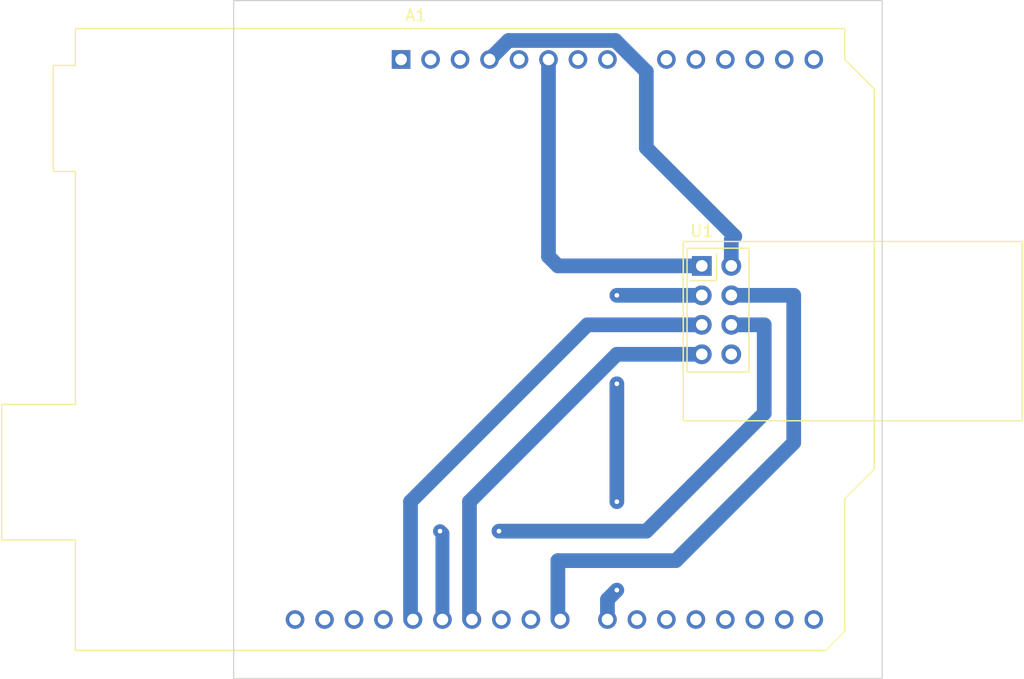
<source format=kicad_pcb>
(kicad_pcb (version 20211014) (generator pcbnew)
  (layers (0 "F.Cu" signal) (31 "B.Cu" signal) (34 "B.Paste" user) (35 "F.Paste" user) (36 "B.SilkS" user "B.Silkscreen") (37 "F.SilkS" user "F.Silkscreen") (38 "B.Mask" user) (39 "F.Mask" user) (44 "Edge.Cuts" user))
  (net 0 "")
  (net 1 "GND")
  (net 2 "Net-(A1-Pad4)")
  (net 3 "Net-(A1-Pad22)")
  (net 4 "Net-(A1-Pad23)")
  (net 5 "Net-(A1-Pad28)")
  (net 6 "Net-(A1-Pad27)")
  (net 7 "Net-(A1-Pad26)")
  (footprint "RF_Module:nRF24L01_Breakout" (layer "F.Cu") (at 169.88 81.28)
    (fp_text reference "U1" (at 0 -3) (layer "F.SilkS"))
    (fp_text value "NRF24L01_Breakout")
    (fp_line (start -1.6 -2.1) (end 27.6 -2.1) (layer "F.SilkS") (width 0.12))
    (fp_line (start -1.27 -1.524) (end 4.064 -1.524) (layer "F.SilkS") (width 0.12))
    (fp_line (start -1.27 9.144) (end -1.27 -1.524) (layer "F.SilkS") (width 0.12))
    (fp_line (start 4.064 -1.524) (end 4.064 9.144) (layer "F.SilkS") (width 0.12))
    (fp_line (start -1.6 13.35) (end -1.6 -2.1) (layer "F.SilkS") (width 0.12))
    (fp_line (start -1.27 -1.524) (end -1.27 -1.524) (layer "F.SilkS") (width 0.12))
    (fp_line (start 4.064 9.144) (end -1.27 9.144) (layer "F.SilkS") (width 0.12))
    (fp_line (start -1.6 -2.1) (end -1.6 -2.1) (layer "F.SilkS") (width 0.12))
    (fp_line (start 1.27 -1.016) (end 1.27 1.27) (layer "F.SilkS") (width 0.12))
    (fp_line (start -1.27 9.144) (end -1.27 9.144) (layer "F.SilkS") (width 0.12))
    (fp_line (start -1.016 1.27) (end -1.016 1.27) (layer "F.SilkS") (width 0.12))
    (fp_line (start 27.6 -2.1) (end 27.6 13.35) (layer "F.SilkS") (width 0.12))
    (fp_line (start 1.27 1.27) (end -1.016 1.27) (layer "F.SilkS") (width 0.12))
    (fp_line (start 27.6 13.35) (end -1.6 13.35) (layer "F.SilkS") (width 0.12))
    (pad "1" thru_hole rect (at 0 0) (size 1.7 1.7) (drill 1) (layers *.Cu *.Mask) (net 1 "GND"))
    (pad "2" thru_hole circle (at 2.54 0) (size 1.7 1.7) (drill 1) (layers *.Cu *.Mask) (net 2 "Net-(A1-Pad4)"))
    (pad "3" thru_hole circle (at 0 2.54) (size 1.7 1.7) (drill 1) (layers *.Cu *.Mask) (net 3 "Net-(A1-Pad22)"))
    (pad "4" thru_hole circle (at 2.54 2.54) (size 1.7 1.7) (drill 1) (layers *.Cu *.Mask) (net 4 "Net-(A1-Pad23)"))
    (pad "5" thru_hole circle (at 0 5.08) (size 1.7 1.7) (drill 1) (layers *.Cu *.Mask) (net 5 "Net-(A1-Pad28)"))
    (pad "6" thru_hole circle (at 2.54 5.08) (size 1.7 1.7) (drill 1) (layers *.Cu *.Mask) (net 6 "Net-(A1-Pad27)"))
    (pad "7" thru_hole circle (at 0 7.62) (size 1.7 1.7) (drill 1) (layers *.Cu *.Mask) (net 7 "Net-(A1-Pad26)"))
    (pad "8" thru_hole circle (at 2.54 7.62) (size 1.7 1.7) (drill 1) (layers *.Cu *.Mask))
  )
  (footprint "Module:Arduino_UNO_R3" (layer "F.Cu") (at 143.97 63.495)
    (fp_text reference "A1" (at 1.27 -3.81 180) (layer "F.SilkS"))
    (fp_text value "Arduino_UNO_R3")
    (fp_line (start -28.07 50.93) (end 36.58 50.93) (layer "F.SilkS") (width 0.12))
    (fp_line (start -28.07 9.65) (end -28.07 29.72) (layer "F.SilkS") (width 0.12))
    (fp_line (start -28.07 29.72) (end -34.42 29.72) (layer "F.SilkS") (width 0.12))
    (fp_line (start -28.07 0.51) (end -29.97 0.51) (layer "F.SilkS") (width 0.12))
    (fp_line (start 40.77 35.31) (end 40.77 2.54) (layer "F.SilkS") (width 0.12))
    (fp_line (start -34.42 41.4) (end -28.07 41.4) (layer "F.SilkS") (width 0.12))
    (fp_line (start 38.23 37.85) (end 40.77 35.31) (layer "F.SilkS") (width 0.12))
    (fp_line (start 38.23 0) (end 38.23 -2.67) (layer "F.SilkS") (width 0.12))
    (fp_line (start 40.77 2.54) (end 38.23 0) (layer "F.SilkS") (width 0.12))
    (fp_line (start -29.97 0.51) (end -29.97 9.65) (layer "F.SilkS") (width 0.12))
    (fp_line (start 38.23 -2.67) (end -28.07 -2.67) (layer "F.SilkS") (width 0.12))
    (fp_line (start -29.97 9.65) (end -28.07 9.65) (layer "F.SilkS") (width 0.12))
    (fp_line (start 36.58 50.93) (end 38.23 49.28) (layer "F.SilkS") (width 0.12))
    (fp_line (start -28.07 41.4) (end -28.07 50.93) (layer "F.SilkS") (width 0.12))
    (fp_line (start -34.42 29.72) (end -34.42 41.4) (layer "F.SilkS") (width 0.12))
    (fp_line (start -28.07 -2.67) (end -28.07 0.51) (layer "F.SilkS") (width 0.12))
    (fp_line (start 38.23 49.28) (end 38.23 37.85) (layer "F.SilkS") (width 0.12))
    (pad "1" thru_hole rect (at 0 0 90) (size 1.6 1.6) (drill 1) (layers *.Cu *.Mask))
    (pad "2" thru_hole oval (at 2.54 0 90) (size 1.6 1.6) (drill 1) (layers *.Cu *.Mask))
    (pad "3" thru_hole oval (at 5.08 0 90) (size 1.6 1.6) (drill 1) (layers *.Cu *.Mask))
    (pad "4" thru_hole oval (at 7.62 0 90) (size 1.6 1.6) (drill 1) (layers *.Cu *.Mask) (net 2 "Net-(A1-Pad4)"))
    (pad "5" thru_hole oval (at 10.16 0 90) (size 1.6 1.6) (drill 1) (layers *.Cu *.Mask))
    (pad "6" thru_hole oval (at 12.7 0 90) (size 1.6 1.6) (drill 1) (layers *.Cu *.Mask) (net 1 "GND"))
    (pad "7" thru_hole oval (at 15.24 0 90) (size 1.6 1.6) (drill 1) (layers *.Cu *.Mask))
    (pad "8" thru_hole oval (at 17.78 0 90) (size 1.6 1.6) (drill 1) (layers *.Cu *.Mask))
    (pad "9" thru_hole oval (at 22.86 0 90) (size 1.6 1.6) (drill 1) (layers *.Cu *.Mask))
    (pad "10" thru_hole oval (at 25.4 0 90) (size 1.6 1.6) (drill 1) (layers *.Cu *.Mask))
    (pad "11" thru_hole oval (at 27.94 0 90) (size 1.6 1.6) (drill 1) (layers *.Cu *.Mask))
    (pad "12" thru_hole oval (at 30.48 0 90) (size 1.6 1.6) (drill 1) (layers *.Cu *.Mask))
    (pad "13" thru_hole oval (at 33.02 0 90) (size 1.6 1.6) (drill 1) (layers *.Cu *.Mask))
    (pad "14" thru_hole oval (at 35.56 0 90) (size 1.6 1.6) (drill 1) (layers *.Cu *.Mask))
    (pad "15" thru_hole oval (at 35.56 48.26 90) (size 1.6 1.6) (drill 1) (layers *.Cu *.Mask))
    (pad "16" thru_hole oval (at 33.02 48.26 90) (size 1.6 1.6) (drill 1) (layers *.Cu *.Mask))
    (pad "17" thru_hole oval (at 30.48 48.26 90) (size 1.6 1.6) (drill 1) (layers *.Cu *.Mask))
    (pad "18" thru_hole oval (at 27.94 48.26 90) (size 1.6 1.6) (drill 1) (layers *.Cu *.Mask))
    (pad "19" thru_hole oval (at 25.4 48.26 90) (size 1.6 1.6) (drill 1) (layers *.Cu *.Mask))
    (pad "20" thru_hole oval (at 22.86 48.26 90) (size 1.6 1.6) (drill 1) (layers *.Cu *.Mask))
    (pad "21" thru_hole oval (at 20.32 48.26 90) (size 1.6 1.6) (drill 1) (layers *.Cu *.Mask))
    (pad "22" thru_hole oval (at 17.78 48.26 90) (size 1.6 1.6) (drill 1) (layers *.Cu *.Mask) (net 3 "Net-(A1-Pad22)"))
    (pad "23" thru_hole oval (at 13.72 48.26 90) (size 1.6 1.6) (drill 1) (layers *.Cu *.Mask) (net 4 "Net-(A1-Pad23)"))
    (pad "24" thru_hole oval (at 11.18 48.26 90) (size 1.6 1.6) (drill 1) (layers *.Cu *.Mask))
    (pad "25" thru_hole oval (at 8.64 48.26 90) (size 1.6 1.6) (drill 1) (layers *.Cu *.Mask))
    (pad "26" thru_hole oval (at 6.1 48.26 90) (size 1.6 1.6) (drill 1) (layers *.Cu *.Mask) (net 7 "Net-(A1-Pad26)"))
    (pad "27" thru_hole oval (at 3.56 48.26 90) (size 1.6 1.6) (drill 1) (layers *.Cu *.Mask) (net 6 "Net-(A1-Pad27)"))
    (pad "28" thru_hole oval (at 1.02 48.26 90) (size 1.6 1.6) (drill 1) (layers *.Cu *.Mask) (net 5 "Net-(A1-Pad28)"))
    (pad "29" thru_hole oval (at -1.52 48.26 90) (size 1.6 1.6) (drill 1) (layers *.Cu *.Mask))
    (pad "30" thru_hole oval (at -4.06 48.26 90) (size 1.6 1.6) (drill 1) (layers *.Cu *.Mask))
    (pad "31" thru_hole oval (at -6.6 48.26 90) (size 1.6 1.6) (drill 1) (layers *.Cu *.Mask))
    (pad "32" thru_hole oval (at -9.14 48.26 90) (size 1.6 1.6) (drill 1) (layers *.Cu *.Mask))
  )
  (gr_line (start 185.42 116.84) (end 129.54 116.84) (layer "Edge.Cuts") (width 0.1))
  (gr_line (start 185.42 58.42) (end 185.42 116.84) (layer "Edge.Cuts") (width 0.1))
  (gr_line (start 129.54 116.84) (end 129.54 58.42) (layer "Edge.Cuts") (width 0.1))
  (gr_line (start 129.54 58.42) (end 185.42 58.42) (layer "Edge.Cuts") (width 0.1))
  (via (at 162.56 91.44) (size 0.8) (drill 0.4) (layers "F.Cu" "B.Cu") (net 0))
  (via (at 162.56 101.6) (size 0.8) (drill 0.4) (layers "F.Cu" "B.Cu") (net 0))
  (segment (start 162.56 91.44) (end 162.56 101.6) (width 1.27) (layer "B.Cu") (net 0))
  (segment (start 157.48 81.28) (end 156.67 80.47) (width 1.27) (layer "B.Cu") (net 1))
  (segment (start 156.67 80.47) (end 156.67 63.495) (width 1.27) (layer "B.Cu") (net 1))
  (segment (start 169.88 81.28) (end 157.48 81.28) (width 1.27) (layer "B.Cu") (net 1))
  (segment (start 172.42 79.04) (end 172.72 78.74) (width 1.27) (layer "B.Cu") (net 2))
  (segment (start 153.225 61.86) (end 162.42724 61.86) (width 1.27) (layer "B.Cu") (net 2))
  (segment (start 172.42 81.28) (end 172.42 79.04) (width 1.27) (layer "B.Cu") (net 2))
  (segment (start 172.72 78.74) (end 165.1 71.12) (width 1.27) (layer "B.Cu") (net 2))
  (segment (start 162.42724 61.86) (end 165.1 64.53276) (width 1.27) (layer "B.Cu") (net 2))
  (segment (start 151.59 63.495) (end 153.225 61.86) (width 1.27) (layer "B.Cu") (net 2))
  (segment (start 165.1 64.53276) (end 165.1 71.12) (width 1.27) (layer "B.Cu") (net 2))
  (via (at 162.56 83.82) (size 0.8) (drill 0.4) (layers "F.Cu" "B.Cu") (net 3))
  (via (at 162.56 109.22) (size 0.8) (drill 0.4) (layers "F.Cu" "B.Cu") (net 3))
  (segment (start 169.88 83.82) (end 162.56 83.82) (width 1.27) (layer "B.Cu") (net 3))
  (segment (start 161.75 110.03) (end 162.56 109.22) (width 1.27) (layer "B.Cu") (net 3))
  (segment (start 161.75 111.755) (end 161.75 110.03) (width 1.27) (layer "B.Cu") (net 3))
  (segment (start 157.48 106.68) (end 157.48 111.76) (width 1.27) (layer "B.Cu") (net 4))
  (segment (start 177.8 83.82) (end 177.8 93.98) (width 1.27) (layer "B.Cu") (net 4))
  (segment (start 177.8 93.98) (end 177.8 96.52) (width 1.27) (layer "B.Cu") (net 4))
  (segment (start 177.8 96.52) (end 167.64 106.68) (width 1.27) (layer "B.Cu") (net 4))
  (segment (start 167.64 106.68) (end 157.48 106.68) (width 1.27) (layer "B.Cu") (net 4))
  (segment (start 172.42 83.82) (end 177.8 83.82) (width 1.27) (layer "B.Cu") (net 4))
  (segment (start 160.02 86.36) (end 144.78 101.6) (width 1.27) (layer "B.Cu") (net 5))
  (segment (start 144.78 101.6) (end 144.78 111.76) (width 1.27) (layer "B.Cu") (net 5))
  (segment (start 169.88 86.36) (end 160.02 86.36) (width 1.27) (layer "B.Cu") (net 5))
  (via (at 147.32 104.14) (size 0.8) (drill 0.4) (layers "F.Cu" "B.Cu") (net 6))
  (via (at 152.4 104.14) (size 0.8) (drill 0.4) (layers "F.Cu" "B.Cu") (net 6))
  (segment (start 175.26 86.36) (end 175.26 93.98) (width 1.27) (layer "B.Cu") (net 6))
  (segment (start 147.32 104.14) (end 147.53 104.35) (width 1.2) (layer "B.Cu") (net 6))
  (segment (start 172.42 86.36) (end 175.26 86.36) (width 1.27) (layer "B.Cu") (net 6))
  (segment (start 165.1 104.14) (end 152.4 104.14) (width 1.27) (layer "B.Cu") (net 6))
  (segment (start 175.26 93.98) (end 165.1 104.14) (width 1.27) (layer "B.Cu") (net 6))
  (segment (start 147.53 111.755) (end 147.53 104.35) (width 1.2) (layer "B.Cu") (net 6))
  (segment (start 149.86 101.6) (end 149.86 111.76) (width 1.27) (layer "B.Cu") (net 7))
  (segment (start 169.88 88.9) (end 162.56 88.9) (width 1.27) (layer "B.Cu") (net 7))
  (segment (start 162.56 88.9) (end 149.86 101.6) (width 1.27) (layer "B.Cu") (net 7))
)
</source>
